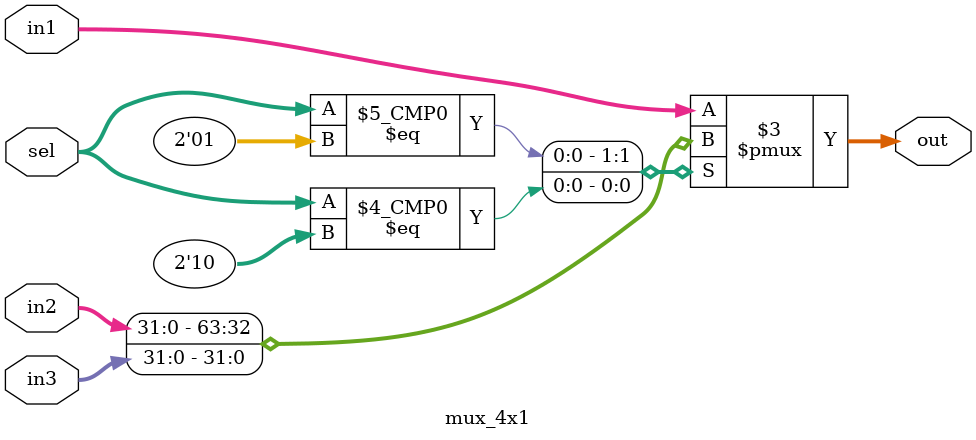
<source format=v>
module mux_4x1 #(parameter length=32 )(
input [length-1:0]in1,in2,in3,
input [1:0] sel,
output reg [length-1:0]out 
);

always @(*) begin
case (sel)
2'b00: out = in1;
2'b01: out = in2;
2'b10: out = in3;   
default: out = in1;
endcase    
end
endmodule 
</source>
